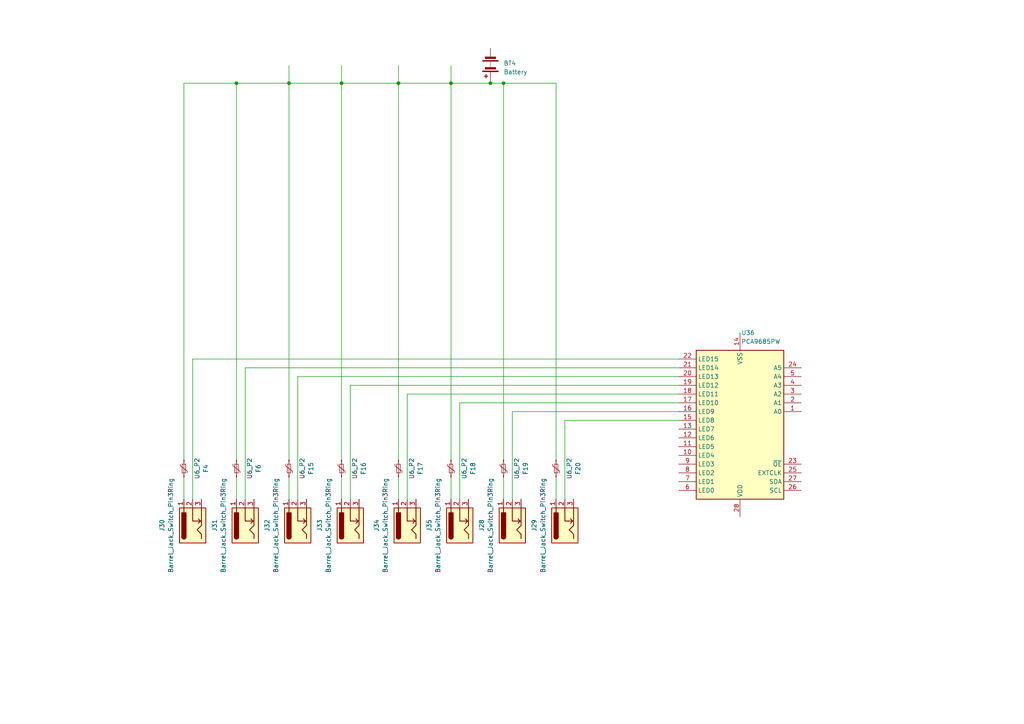
<source format=kicad_sch>
(kicad_sch (version 20230121) (generator eeschema)
  (paper "A4")
  (lib_symbols
    (symbol "Connector:Barrel_Jack_Switch_Pin3Ring" (pin_names hide)
      (property "Reference" "J" (at 0 5.334 0))
      (property "Value" "Barrel_Jack_Switch_Pin3Ring" (at 0 -5.08 0))
      (symbol "Barrel_Jack_Switch_Pin3Ring_0_1"
        (rectangle (start -5.08 3.81) (end 5.08 -3.81) (stroke (width 0.254)) (fill (type background)))
        (arc (start -3.302 3.175) (mid -3.9343 2.54) (end -3.302 1.905) (stroke (width 0.254)))
        (arc (start -3.302 3.175) (mid -3.9343 2.54) (end -3.302 1.905) (stroke (width 0.254)) (fill (type outline)))
        (polyline (pts (xy 1.27 -2.286) (xy 1.905 -1.651)) (stroke (width 0.254)))
        (polyline (pts (xy 5.08 2.54) (xy 3.81 2.54)) (stroke (width 0.254)))
        (polyline (pts (xy 5.08 0) (xy 1.27 0) (xy 1.27 -2.286) (xy 0.635 -1.651)) (stroke (width 0.254)))
        (polyline (pts (xy -3.81 -2.54) (xy -2.54 -2.54) (xy -1.27 -1.27) (xy 0 -2.54) (xy 2.54 -2.54) (xy 5.08 -2.54)) (stroke (width 0.254)))
        (rectangle (start 3.683 3.175) (end -3.302 1.905) (stroke (width 0.254)) (fill (type outline)))
      )
      (symbol "Barrel_Jack_Switch_Pin3Ring_1_1"
        (pin passive line (at 7.62 2.54 180) (length 2.54) (name "~") (number "1"))
        (pin passive line (at 7.62 0 180) (length 2.54) (name "~") (number "2"))
        (pin passive line (at 7.62 -2.54 180) (length 2.54) (name "~") (number "3"))
      )
    )
    (symbol "Device:Battery" (pin_numbers hide) (pin_names (offset 0) hide)
      (property "Reference" "BT" (at 2.54 2.54 0))
      (property "Value" "Battery" (at 2.54 0 0))
      (symbol "Battery_0_1"
        (rectangle (start -2.286 -1.27) (end 2.286 -1.524) (fill (type outline)))
        (rectangle (start -2.286 1.778) (end 2.286 1.524) (fill (type outline)))
        (rectangle (start -1.524 -2.032) (end 1.524 -2.54) (fill (type outline)))
        (rectangle (start -1.524 1.016) (end 1.524 0.508) (fill (type outline)))
        (polyline (pts (xy 0 -1.016) (xy 0 -0.762)))
        (polyline (pts (xy 0 -0.508) (xy 0 -0.254)))
        (polyline (pts (xy 0 0) (xy 0 0.254)))
        (polyline (pts (xy 0 1.778) (xy 0 2.54)))
        (polyline (pts (xy 0.762 3.048) (xy 1.778 3.048)) (stroke (width 0.254)))
        (polyline (pts (xy 1.27 3.556) (xy 1.27 2.54)) (stroke (width 0.254)))
      )
      (symbol "Battery_1_1"
        (pin passive line (at 0 5.08 270) (length 2.54) (name "+") (number "1"))
        (pin passive line (at 0 -5.08 90) (length 2.54) (name "-") (number "2"))
      )
    )
    (symbol "Device:Polyfuse_Small" (pin_numbers hide) (pin_names (offset 0))
      (property "Reference" "F" (at -1.905 0 90))
      (property "Value" "Polyfuse_Small" (at 1.905 0 90))
      (symbol "Polyfuse_Small_0_1"
        (rectangle (start -0.508 1.27) (end 0.508 -1.27))
        (polyline (pts (xy 0 2.54) (xy 0 -2.54)))
        (polyline (pts (xy -1.016 1.27) (xy -1.016 0.762) (xy 1.016 -0.762) (xy 1.016 -1.27)))
      )
      (symbol "Polyfuse_Small_1_1"
        (pin passive line (at 0 2.54 270) (length 0.635) (name "~") (number "1"))
        (pin passive line (at 0 -2.54 90) (length 0.635) (name "~") (number "2"))
      )
    )
    (symbol "Driver_LED:PCA9685PW"
      (property "Reference" "U" (at -12.7 22.225 0))
      (property "Value" "PCA9685PW" (at 1.27 22.225 0))
      (symbol "PCA9685PW_0_1"
        (rectangle (start -12.7 20.32) (end 12.7 -22.86) (stroke (width 0.254)) (fill (type background)))
      )
      (symbol "PCA9685PW_1_1"
        (pin input line (at -17.78 -5.08 0) (length 5.08) (name "A0") (number "1"))
        (pin output line (at 17.78 7.62 180) (length 5.08) (name "LED4") (number "10"))
        (pin output line (at 17.78 5.08 180) (length 5.08) (name "LED5") (number "11"))
        (pin output line (at 17.78 2.54 180) (length 5.08) (name "LED6") (number "12"))
        (pin output line (at 17.78 0 180) (length 5.08) (name "LED7") (number "13"))
        (pin power_in line (at 0 -27.94 90) (length 5.08) (name "VSS") (number "14"))
        (pin output line (at 17.78 -2.54 180) (length 5.08) (name "LED8") (number "15"))
        (pin output line (at 17.78 -5.08 180) (length 5.08) (name "LED9") (number "16"))
        (pin output line (at 17.78 -7.62 180) (length 5.08) (name "LED10") (number "17"))
        (pin output line (at 17.78 -10.16 180) (length 5.08) (name "LED11") (number "18"))
        (pin output line (at 17.78 -12.7 180) (length 5.08) (name "LED12") (number "19"))
        (pin input line (at -17.78 -7.62 0) (length 5.08) (name "A1") (number "2"))
        (pin output line (at 17.78 -15.24 180) (length 5.08) (name "LED13") (number "20"))
        (pin output line (at 17.78 -17.78 180) (length 5.08) (name "LED14") (number "21"))
        (pin output line (at 17.78 -20.32 180) (length 5.08) (name "LED15") (number "22"))
        (pin input line (at -17.78 10.16 0) (length 5.08) (name "~{OE}") (number "23"))
        (pin input line (at -17.78 -17.78 0) (length 5.08) (name "A5") (number "24"))
        (pin input line (at -17.78 12.7 0) (length 5.08) (name "EXTCLK") (number "25"))
        (pin input line (at -17.78 17.78 0) (length 5.08) (name "SCL") (number "26"))
        (pin bidirectional line (at -17.78 15.24 0) (length 5.08) (name "SDA") (number "27"))
        (pin power_in line (at 0 25.4 270) (length 5.08) (name "VDD") (number "28"))
        (pin input line (at -17.78 -10.16 0) (length 5.08) (name "A2") (number "3"))
        (pin input line (at -17.78 -12.7 0) (length 5.08) (name "A3") (number "4"))
        (pin input line (at -17.78 -15.24 0) (length 5.08) (name "A4") (number "5"))
        (pin output line (at 17.78 17.78 180) (length 5.08) (name "LED0") (number "6"))
        (pin output line (at 17.78 15.24 180) (length 5.08) (name "LED1") (number "7"))
        (pin output line (at 17.78 12.7 180) (length 5.08) (name "LED2") (number "8"))
        (pin output line (at 17.78 10.16 180) (length 5.08) (name "LED3") (number "9"))
      )
    )
  )
  (junction (at 130.81 24.13))
  (junction (at 68.58 24.13))
  (junction (at 99.06 24.13))
  (junction (at 83.82 24.13))
  (junction (at 115.57 24.13))
  (junction (at 142.24 24.13))
  (junction (at 146.05 24.13))
  (wire (pts (xy 53.34 24.13) (xy 53.34 133.35)))
  (wire (pts (xy 148.59 119.38) (xy 196.85 119.38)))
  (wire (pts (xy 133.35 116.84) (xy 133.35 144.78)))
  (wire (pts (xy 101.6 111.76) (xy 101.6 144.78)))
  (wire (pts (xy 115.57 138.43) (xy 115.57 144.78)))
  (wire (pts (xy 83.82 24.13) (xy 68.58 24.13)))
  (wire (pts (xy 71.12 106.68) (xy 196.85 106.68)))
  (wire (pts (xy 130.81 138.43) (xy 130.81 144.78)))
  (wire (pts (xy 53.34 138.43) (xy 53.34 144.78)))
  (wire (pts (xy 99.06 24.13) (xy 115.57 24.13)))
  (wire (pts (xy 68.58 24.13) (xy 53.34 24.13)))
  (wire (pts (xy 71.12 106.68) (xy 71.12 144.78)))
  (wire (pts (xy 115.57 19.05) (xy 115.57 24.13)))
  (wire (pts (xy 99.06 19.05) (xy 99.06 24.13)))
  (wire (pts (xy 55.88 104.14) (xy 196.85 104.14)))
  (wire (pts (xy 86.36 109.22) (xy 196.85 109.22)))
  (wire (pts (xy 118.11 114.3) (xy 118.11 144.78)))
  (wire (pts (xy 146.05 24.13) (xy 146.05 133.35)))
  (wire (pts (xy 86.36 109.22) (xy 86.36 144.78)))
  (wire (pts (xy 142.24 24.13) (xy 146.05 24.13)))
  (wire (pts (xy 99.06 138.43) (xy 99.06 144.78)))
  (wire (pts (xy 68.58 138.43) (xy 68.58 144.78)))
  (wire (pts (xy 99.06 24.13) (xy 83.82 24.13)))
  (wire (pts (xy 161.29 138.43) (xy 161.29 144.78)))
  (wire (pts (xy 115.57 24.13) (xy 130.81 24.13)))
  (wire (pts (xy 99.06 24.13) (xy 99.06 133.35)))
  (wire (pts (xy 115.57 24.13) (xy 115.57 133.35)))
  (wire (pts (xy 101.6 111.76) (xy 196.85 111.76)))
  (wire (pts (xy 133.35 116.84) (xy 196.85 116.84)))
  (wire (pts (xy 130.81 19.05) (xy 130.81 24.13)))
  (wire (pts (xy 130.81 24.13) (xy 130.81 133.35)))
  (wire (pts (xy 161.29 24.13) (xy 161.29 133.35)))
  (wire (pts (xy 68.58 24.13) (xy 68.58 133.35)))
  (wire (pts (xy 146.05 24.13) (xy 161.29 24.13)))
  (wire (pts (xy 83.82 138.43) (xy 83.82 144.78)))
  (wire (pts (xy 118.11 114.3) (xy 196.85 114.3)))
  (wire (pts (xy 148.59 119.38) (xy 148.59 144.78)))
  (wire (pts (xy 83.82 19.05) (xy 83.82 24.13)))
  (wire (pts (xy 55.88 104.14) (xy 55.88 144.78)))
  (wire (pts (xy 163.83 121.92) (xy 163.83 144.78)))
  (wire (pts (xy 146.05 138.43) (xy 146.05 144.78)))
  (wire (pts (xy 142.24 24.13) (xy 130.81 24.13)))
  (wire (pts (xy 83.82 24.13) (xy 83.82 133.35)))
  (wire (pts (xy 163.83 121.92) (xy 196.85 121.92)))
  (symbol (lib_id "Connector:Barrel_Jack_Switch_Pin3Ring") (at 71.12 152.4 90) (unit 1)
    (property "Reference" "J31" (at 62.23 152.4 0))
    (property "Value" "Barrel_Jack_Switch_Pin3Ring" (at 64.77 152.4 0))
  )
  (symbol (lib_id "Connector:Barrel_Jack_Switch_Pin3Ring") (at 118.11 152.4 90) (unit 1)
    (property "Reference" "J34" (at 109.22 152.4 0))
    (property "Value" "Barrel_Jack_Switch_Pin3Ring" (at 111.76 152.4 0))
  )
  (symbol (lib_id "Device:Polyfuse_Small") (at 115.57 135.89 180) (unit 1)
    (property "Reference" "F17" (at 121.92 135.89 90))
    (property "Value" "U6_P2" (at 119.38 135.89 90))
  )
  (symbol (lib_id "Connector:Barrel_Jack_Switch_Pin3Ring") (at 101.6 152.4 90) (unit 1)
    (property "Reference" "J33" (at 92.71 152.4 0))
    (property "Value" "Barrel_Jack_Switch_Pin3Ring" (at 95.25 152.4 0))
  )
  (symbol (lib_id "Device:Polyfuse_Small") (at 161.29 135.89 180) (unit 1)
    (property "Reference" "F20" (at 167.64 135.89 90))
    (property "Value" "U6_P2" (at 165.1 135.89 90))
  )
  (symbol (lib_id "Device:Polyfuse_Small") (at 130.81 135.89 180) (unit 1)
    (property "Reference" "F18" (at 137.16 135.89 90))
    (property "Value" "U6_P2" (at 134.62 135.89 90))
  )
  (symbol (lib_id "Connector:Barrel_Jack_Switch_Pin3Ring") (at 86.36 152.4 90) (unit 1)
    (property "Reference" "J32" (at 77.47 152.4 0))
    (property "Value" "Barrel_Jack_Switch_Pin3Ring" (at 80.01 152.4 0))
  )
  (symbol (lib_id "Connector:Barrel_Jack_Switch_Pin3Ring") (at 148.59 152.4 90) (unit 1)
    (property "Reference" "J28" (at 139.7 152.4 0))
    (property "Value" "Barrel_Jack_Switch_Pin3Ring" (at 142.24 152.4 0))
  )
  (symbol (lib_id "Connector:Barrel_Jack_Switch_Pin3Ring") (at 163.83 152.4 90) (unit 1)
    (property "Reference" "J29" (at 154.94 152.4 0))
    (property "Value" "Barrel_Jack_Switch_Pin3Ring" (at 157.48 152.4 0))
  )
  (symbol (lib_id "Device:Polyfuse_Small") (at 68.58 135.89 180) (unit 1)
    (property "Reference" "F6" (at 74.93 135.89 90))
    (property "Value" "U6_P2" (at 72.39 135.89 90))
  )
  (symbol (lib_id "Connector:Barrel_Jack_Switch_Pin3Ring") (at 55.88 152.4 90) (unit 1)
    (property "Reference" "J30" (at 46.99 152.4 0))
    (property "Value" "Barrel_Jack_Switch_Pin3Ring" (at 49.53 152.4 0))
  )
  (symbol (lib_id "Device:Polyfuse_Small") (at 83.82 135.89 180) (unit 1)
    (property "Reference" "F15" (at 90.17 135.89 90))
    (property "Value" "U6_P2" (at 87.63 135.89 90))
  )
  (symbol (lib_id "Device:Polyfuse_Small") (at 146.05 135.89 180) (unit 1)
    (property "Reference" "F19" (at 152.4 135.89 90))
    (property "Value" "U6_P2" (at 149.86 135.89 90))
  )
  (symbol (lib_id "Driver_LED:PCA9685PW") (at 214.63 124.46 180) (unit 1)
    (property "Reference" "U36" (at 214.9759 96.52 0) (effects (justify right)))
    (property "Value" "PCA9685PW" (at 214.9759 99.06 0) (effects (justify right)))
    (property "Footprint" "Package_SO:TSSOP-28_4.4x9.7mm_P0.65mm" (effects hide))
    (property "Datasheet" "http://www.nxp.com/docs/en/data-sheet/PCA9685.pdf" (effects hide))
  )
  (symbol (lib_id "Connector:Barrel_Jack_Switch_Pin3Ring") (at 133.35 152.4 90) (unit 1)
    (property "Reference" "J35" (at 124.46 152.4 0))
    (property "Value" "Barrel_Jack_Switch_Pin3Ring" (at 127 152.4 0))
  )
  (symbol (lib_id "Device:Battery") (at 142.24 19.05 180) (unit 1)
    (property "Reference" "BT4" (at 146.05 18.3515 0) (effects (justify right)))
    (property "Value" "Battery" (at 146.05 20.8915 0) (effects (justify right)))
  )
  (symbol (lib_id "Device:Polyfuse_Small") (at 99.06 135.89 180) (unit 1)
    (property "Reference" "F16" (at 105.41 135.89 90))
    (property "Value" "U6_P2" (at 102.87 135.89 90))
  )
  (symbol (lib_id "Device:Polyfuse_Small") (at 53.34 135.89 180) (unit 1)
    (property "Reference" "F4" (at 59.69 135.89 90))
    (property "Value" "U6_P2" (at 57.15 135.89 90))
  )
)
</source>
